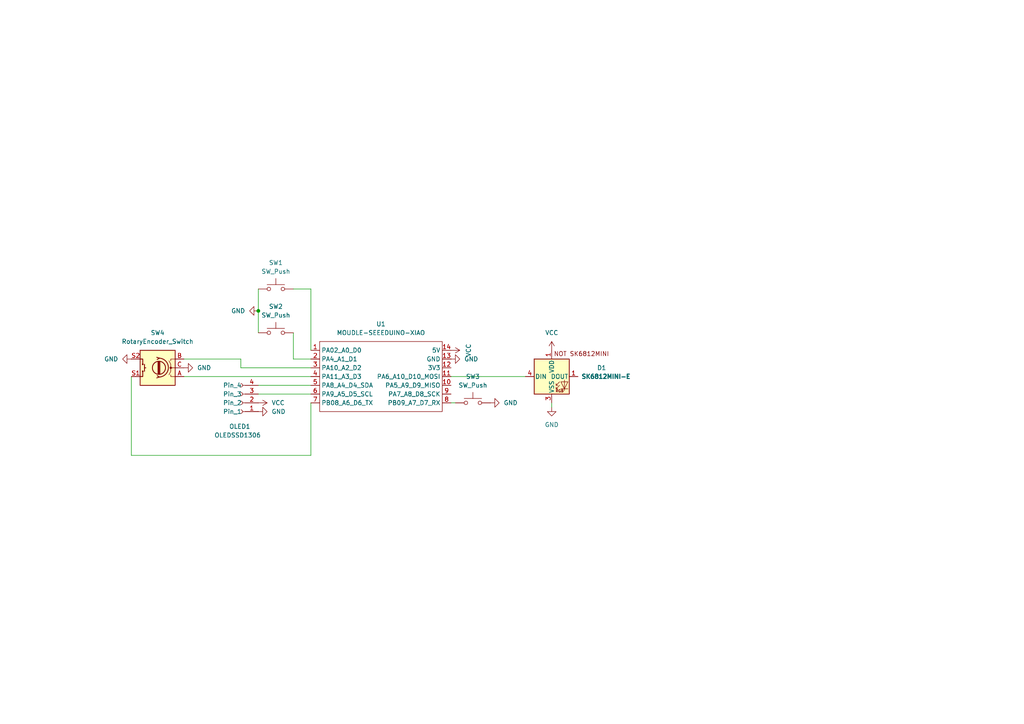
<source format=kicad_sch>
(kicad_sch (version 20250114) (generator "eeschema") (generator_version "9.0")
  (paper "A4")
  (lib_symbols
    (symbol "Connector:Conn_01x04_Socket" (pin_names (offset 1.016))
      (property "Reference" "J" (at 0 5.08 0))
      (property "Value" "Conn_01x04_Socket" (at 0 -7.62 0))
      (symbol "Conn_01x04_Socket_1_1"
        (polyline (pts (xy -1.27 2.54) (xy -0.508 2.54)) (stroke (width 0.1524)))
        (polyline (pts (xy -1.27 0) (xy -0.508 0)) (stroke (width 0.1524)))
        (polyline (pts (xy -1.27 -2.54) (xy -0.508 -2.54)) (stroke (width 0.1524)))
        (polyline (pts (xy -1.27 -5.08) (xy -0.508 -5.08)) (stroke (width 0.1524)))
        (arc (start 0 2.032) (mid -0.5058 2.54) (end 0 3.048) (stroke (width 0.1524)))
        (arc (start 0 -0.508) (mid -0.5058 0) (end 0 0.508) (stroke (width 0.1524)))
        (arc (start 0 -3.048) (mid -0.5058 -2.54) (end 0 -2.032) (stroke (width 0.1524)))
        (arc (start 0 -5.588) (mid -0.5058 -5.08) (end 0 -4.572) (stroke (width 0.1524)))
        (pin passive line (at -5.08 2.54 0) (length 3.81) (name "Pin_1") (number "1"))
        (pin passive line (at -5.08 0 0) (length 3.81) (name "Pin_2") (number "2"))
        (pin passive line (at -5.08 -2.54 0) (length 3.81) (name "Pin_3") (number "3"))
        (pin passive line (at -5.08 -5.08 0) (length 3.81) (name "Pin_4") (number "4"))
      )
    )
    (symbol "Device:RotaryEncoder_Switch" (pin_names (offset 0.254) (hide yes))
      (property "Reference" "SW" (at 0 6.604 0))
      (property "Value" "RotaryEncoder_Switch" (at 0 -6.604 0))
      (symbol "RotaryEncoder_Switch_0_1"
        (rectangle (start -5.08 5.08) (end 5.08 -5.08) (stroke (width 0.254)) (fill (type background)))
        (polyline (pts (xy -5.08 2.54) (xy -3.81 2.54) (xy -3.81 2.032)))
        (polyline (pts (xy -5.08 0) (xy -3.81 0) (xy -3.81 -1.016) (xy -3.302 -2.032)))
        (polyline (pts (xy -5.08 -2.54) (xy -3.81 -2.54) (xy -3.81 -2.032)))
        (polyline (pts (xy -4.318 0) (xy -3.81 0) (xy -3.81 1.016) (xy -3.302 2.032)))
        (circle (center -3.81 0) (radius 0.254) (fill (type outline)))
        (polyline (pts (xy -0.635 -1.778) (xy -0.635 1.778)) (stroke (width 0.254)))
        (circle (center -0.381 0) (radius 1.905) (stroke (width 0.254)))
        (polyline (pts (xy -0.381 -1.778) (xy -0.381 1.778)) (stroke (width 0.254)))
        (arc (start -0.381 -2.794) (mid -3.0988 -0.0635) (end -0.381 2.667) (stroke (width 0.254)))
        (polyline (pts (xy -0.127 1.778) (xy -0.127 -1.778)) (stroke (width 0.254)))
        (polyline (pts (xy 0.254 2.921) (xy -0.508 2.667) (xy 0.127 2.286)) (stroke (width 0.254)))
        (polyline (pts (xy 0.254 -3.048) (xy -0.508 -2.794) (xy 0.127 -2.413)) (stroke (width 0.254)))
        (polyline (pts (xy 3.81 1.016) (xy 3.81 -1.016)) (stroke (width 0.254)))
        (polyline (pts (xy 3.81 0) (xy 3.429 0)) (stroke (width 0.254)))
        (circle (center 4.318 1.016) (radius 0.127) (stroke (width 0.254)))
        (circle (center 4.318 -1.016) (radius 0.127) (stroke (width 0.254)))
        (polyline (pts (xy 5.08 2.54) (xy 4.318 2.54) (xy 4.318 1.016)) (stroke (width 0.254)))
        (polyline (pts (xy 5.08 -2.54) (xy 4.318 -2.54) (xy 4.318 -1.016)) (stroke (width 0.254)))
      )
      (symbol "RotaryEncoder_Switch_1_1"
        (pin passive line (at -7.62 2.54 0) (length 2.54) (name "A") (number "A"))
        (pin passive line (at -7.62 0 0) (length 2.54) (name "C") (number "C"))
        (pin passive line (at -7.62 -2.54 0) (length 2.54) (name "B") (number "B"))
        (pin passive line (at 7.62 2.54 180) (length 2.54) (name "S1") (number "S1"))
        (pin passive line (at 7.62 -2.54 180) (length 2.54) (name "S2") (number "S2"))
      )
    )
    (symbol "SK6812MINI-E:SK6812MINI-E" (pin_names (offset 0.254))
      (property "Reference" "D" (at -3.556 5.842 0))
      (property "Value" "SK6812MINI-E" (at 1.27 -5.715 0))
      (symbol "SK6812MINI-E_0_0"
        (text "RGB" (at 2.286 -4.191 0) (effects (font (size 0.762 0.762))))
      )
      (symbol "SK6812MINI-E_0_1"
        (rectangle (start -5.08 5.08) (end 5.08 -5.08) (stroke (width 0.254)) (fill (type background)))
        (polyline (pts (xy 1.27 -2.54) (xy 1.778 -2.54)))
        (polyline (pts (xy 1.27 -3.556) (xy 1.778 -3.556)))
        (polyline (pts (xy 2.286 -1.524) (xy 1.27 -2.54) (xy 1.27 -2.032)))
        (polyline (pts (xy 2.286 -2.54) (xy 1.27 -3.556) (xy 1.27 -3.048)))
        (polyline (pts (xy 3.683 -1.016) (xy 3.683 -3.556) (xy 3.683 -4.064)))
        (polyline (pts (xy 4.699 -1.524) (xy 2.667 -1.524) (xy 3.683 -3.556) (xy 4.699 -1.524)))
        (polyline (pts (xy 4.699 -3.556) (xy 2.667 -3.556)))
      )
      (symbol "SK6812MINI-E_1_1"
        (text "NOT SK6812MINI" (at 8.636 6.604 0) (effects (font (size 1.27 1.27))))
        (pin input line (at -7.62 0 0) (length 2.54) (name "DIN") (number "4"))
        (pin power_in line (at 0 7.62 270) (length 2.54) (name "VDD") (number "1"))
        (pin power_in line (at 0 -7.62 90) (length 2.54) (name "VSS") (number "3"))
        (pin output line (at 7.62 0 180) (length 2.54) (name "DOUT") (number "1"))
      )
    )
    (symbol "Switch:SW_Push" (pin_numbers (hide yes)) (pin_names (offset 1.016) (hide yes))
      (property "Reference" "SW" (at 1.27 2.54 0))
      (property "Value" "SW_Push" (at 0 -1.524 0))
      (symbol "SW_Push_0_1"
        (circle (center -2.032 0) (radius 0.508))
        (polyline (pts (xy 0 1.27) (xy 0 3.048)))
        (circle (center 2.032 0) (radius 0.508))
        (polyline (pts (xy 2.54 1.27) (xy -2.54 1.27)))
        (pin passive line (at -5.08 0 0) (length 2.54) (name "1") (number "1"))
        (pin passive line (at 5.08 0 180) (length 2.54) (name "2") (number "2"))
      )
    )
    (symbol "XIAO_RP2040:MOUDLE-SEEEDUINO-XIAO"
      (property "Reference" "U" (at -16.51 11.43 0))
      (property "Value" "MOUDLE-SEEEDUINO-XIAO" (at -3.81 -11.43 0))
      (symbol "MOUDLE-SEEEDUINO-XIAO_0_1"
        (rectangle (start -16.51 10.16) (end 19.05 -10.16))
      )
      (symbol "MOUDLE-SEEEDUINO-XIAO_1_1"
        (pin passive line (at -19.05 7.62 0) (length 2.54) (name "PA02_A0_D0") (number "1"))
        (pin passive line (at -19.05 5.08 0) (length 2.54) (name "PA4_A1_D1") (number "2"))
        (pin passive line (at -19.05 2.54 0) (length 2.54) (name "PA10_A2_D2") (number "3"))
        (pin passive line (at -19.05 0 0) (length 2.54) (name "PA11_A3_D3") (number "4"))
        (pin passive line (at -19.05 -2.54 0) (length 2.54) (name "PA8_A4_D4_SDA") (number "5"))
        (pin passive line (at -19.05 -5.08 0) (length 2.54) (name "PA9_A5_D5_SCL") (number "6"))
        (pin passive line (at -19.05 -7.62 0) (length 2.54) (name "PB08_A6_D6_TX") (number "7"))
        (pin passive line (at 21.59 7.62 180) (length 2.54) (name "5V") (number "14"))
        (pin passive line (at 21.59 5.08 180) (length 2.54) (name "GND") (number "13"))
        (pin passive line (at 21.59 2.54 180) (length 2.54) (name "3V3") (number "12"))
        (pin passive line (at 21.59 0 180) (length 2.54) (name "PA6_A10_D10_MOSI") (number "11"))
        (pin passive line (at 21.59 -2.54 180) (length 2.54) (name "PA5_A9_D9_MISO") (number "10"))
        (pin passive line (at 21.59 -5.08 180) (length 2.54) (name "PA7_A8_D8_SCK") (number "9"))
        (pin passive line (at 21.59 -7.62 180) (length 2.54) (name "PB09_A7_D7_RX") (number "8"))
      )
    )
    (symbol "power:GND" (power) (pin_numbers (hide yes)) (pin_names (offset 0) (hide yes))
      (property "Value" "GND" (at 0 -3.81 0))
      (symbol "GND_0_1"
        (polyline (pts (xy 0 0) (xy 0 -1.27) (xy 1.27 -1.27) (xy 0 -2.54) (xy -1.27 -1.27) (xy 0 -1.27)))
      )
      (symbol "GND_1_1"
        (pin power_in line (at 0 0 270) (length 0) (name "~") (number "1"))
      )
    )
    (symbol "power:VCC" (power) (pin_numbers (hide yes)) (pin_names (offset 0) (hide yes))
      (property "Value" "VCC" (at 0 3.556 0))
      (symbol "VCC_0_1"
        (polyline (pts (xy -0.762 1.27) (xy 0 2.54)))
        (polyline (pts (xy 0 2.54) (xy 0.762 1.27)))
        (polyline (pts (xy 0 0) (xy 0 2.54)))
      )
      (symbol "VCC_1_1"
        (pin power_in line (at 0 0 90) (length 0) (name "~") (number "1"))
      )
    )
  )
  (junction (at 74.93 90.17))
  (wire (pts (xy 85.09 104.14) (xy 90.17 104.14)))
  (wire (pts (xy 53.34 104.14) (xy 69.85 104.14)))
  (wire (pts (xy 69.85 106.68) (xy 90.17 106.68)))
  (wire (pts (xy 74.93 111.76) (xy 90.17 111.76)))
  (wire (pts (xy 53.34 109.22) (xy 90.17 109.22)))
  (wire (pts (xy 85.09 83.82) (xy 90.17 83.82)))
  (wire (pts (xy 130.81 109.22) (xy 152.4 109.22)))
  (wire (pts (xy 130.81 116.84) (xy 132.08 116.84)))
  (wire (pts (xy 38.1 132.08) (xy 38.1 109.22)))
  (wire (pts (xy 69.85 104.14) (xy 69.85 106.68)))
  (wire (pts (xy 90.17 116.84) (xy 90.17 132.08)))
  (wire (pts (xy 160.02 116.84) (xy 160.02 118.11)))
  (wire (pts (xy 85.09 96.52) (xy 85.09 104.14)))
  (wire (pts (xy 90.17 83.82) (xy 90.17 101.6)))
  (wire (pts (xy 90.17 132.08) (xy 38.1 132.08)))
  (wire (pts (xy 74.93 114.3) (xy 90.17 114.3)))
  (wire (pts (xy 74.93 90.17) (xy 74.93 96.52)))
  (wire (pts (xy 74.93 83.82) (xy 74.93 90.17)))
  (symbol (lib_id "power:VCC") (at 130.81 101.6 270) (mirror x) (unit 1)
    (property "Reference" "#PWR03" (effects (hide yes)))
    (property "Value" "VCC" (at 135.89 101.6 0))
    (property "Description" "Power symbol creates a global label with name \"VCC\"" (effects (hide yes)))
  )
  (symbol (lib_id "XIAO_RP2040:MOUDLE-SEEEDUINO-XIAO") (at 109.22 109.22 0) (unit 1)
    (property "Reference" "U1" (at 110.49 93.98 0))
    (property "Value" "MOUDLE-SEEEDUINO-XIAO" (at 110.49 96.52 0))
    (property "Footprint" "footprints:XIAO-Generic-Hybrid-14P-2.54-21X17.8MM" (effects (hide yes)))
  )
  (symbol (lib_id "SK6812MINI-E:SK6812MINI-E") (at 160.02 109.22 0) (unit 1)
    (property "Reference" "D1" (at 174.498 106.68 0))
    (property "Value" "SK6812MINI-E" (at 175.768 109.22 0) (effects (font (thickness 0.254) (bold yes))))
    (property "Footprint" "footprints:SK6812MINI-E_fixed" (effects (hide yes)))
    (property "Datasheet" "https://cdn-shop.adafruit.com/product-files/4960/4960_SK6812MINI-E_REV02_EN.pdf" (effects (hide yes)))
    (property "Description" "RGB LED with integrated controller" (effects (hide yes)))
  )
  (symbol (lib_id "Switch:SW_Push") (at 137.16 116.84 0) (unit 1)
    (property "Reference" "SW3" (at 137.16 109.22 0))
    (property "Value" "SW_Push" (at 137.16 111.76 0))
    (property "Footprint" "Button_Switch_Keyboard:SW_Cherry_MX_1.00u_PCB" (effects (hide yes)))
    (property "Description" "Push button switch, generic, two pins" (effects (hide yes)))
  )
  (symbol (lib_id "power:VCC") (at 74.93 116.84 270) (unit 1)
    (property "Reference" "#PWR04" (effects (hide yes)))
    (property "Value" "VCC" (at 78.74 116.8399 90) (effects (justify left)))
    (property "Description" "Power symbol creates a global label with name \"VCC\"" (effects (hide yes)))
  )
  (symbol (lib_id "power:GND") (at 130.81 104.14 90) (unit 1)
    (property "Reference" "#PWR01" (effects (hide yes)))
    (property "Value" "GND" (at 134.62 104.1399 90) (effects (justify right)))
    (property "Description" "Power symbol creates a global label with name \"GND\" , ground" (effects (hide yes)))
  )
  (symbol (lib_id "power:GND") (at 38.1 104.14 270) (unit 1)
    (property "Reference" "#PWR08" (effects (hide yes)))
    (property "Value" "GND" (at 34.29 104.1399 90) (effects (justify right)))
    (property "Description" "Power symbol creates a global label with name \"GND\" , ground" (effects (hide yes)))
  )
  (symbol (lib_id "power:GND") (at 160.02 118.11 0) (unit 1)
    (property "Reference" "#PWR02" (effects (hide yes)))
    (property "Value" "GND" (at 160.02 123.19 0))
    (property "Description" "Power symbol creates a global label with name \"GND\" , ground" (effects (hide yes)))
  )
  (symbol (lib_id "Switch:SW_Push") (at 80.01 83.82 0) (unit 1)
    (property "Reference" "SW1" (at 80.01 76.2 0))
    (property "Value" "SW_Push" (at 80.01 78.74 0))
    (property "Footprint" "Button_Switch_Keyboard:SW_Cherry_MX_1.00u_PCB" (effects (hide yes)))
    (property "Description" "Push button switch, generic, two pins" (effects (hide yes)))
  )
  (symbol (lib_id "power:GND") (at 142.24 116.84 90) (unit 1)
    (property "Reference" "#PWR010" (effects (hide yes)))
    (property "Value" "GND" (at 146.05 116.8399 90) (effects (justify right)))
    (property "Description" "Power symbol creates a global label with name \"GND\" , ground" (effects (hide yes)))
  )
  (symbol (lib_id "Device:RotaryEncoder_Switch") (at 45.72 106.68 180) (unit 1)
    (property "Reference" "SW4" (at 45.72 96.52 0))
    (property "Value" "RotaryEncoder_Switch" (at 45.72 99.06 0))
    (property "Footprint" "footprints:RotaryEncoder_Alps_EC11E-Switch_Vertical_H20mm" (effects (hide yes)))
    (property "Description" "Rotary encoder, dual channel, incremental quadrate outputs, with switch" (effects (hide yes)))
  )
  (symbol (lib_id "power:GND") (at 74.93 119.38 90) (unit 1)
    (property "Reference" "#PWR05" (effects (hide yes)))
    (property "Value" "GND" (at 78.74 119.3799 90) (effects (justify right)))
    (property "Description" "Power symbol creates a global label with name \"GND\" , ground" (effects (hide yes)))
  )
  (symbol (lib_id "power:GND") (at 53.34 106.68 90) (unit 1)
    (property "Reference" "#PWR07" (effects (hide yes)))
    (property "Value" "GND" (at 57.15 106.6799 90) (effects (justify right)))
    (property "Description" "Power symbol creates a global label with name \"GND\" , ground" (effects (hide yes)))
  )
  (symbol (lib_id "power:VCC") (at 160.02 101.6 0) (unit 1)
    (property "Reference" "#PWR06" (effects (hide yes)))
    (property "Value" "VCC" (at 160.02 96.52 0))
    (property "Description" "Power symbol creates a global label with name \"VCC\"" (effects (hide yes)))
  )
  (symbol (lib_id "power:GND") (at 74.93 90.17 270) (unit 1)
    (property "Reference" "#PWR09" (effects (hide yes)))
    (property "Value" "GND" (at 71.12 90.1699 90) (effects (justify right)))
    (property "Description" "Power symbol creates a global label with name \"GND\" , ground" (effects (hide yes)))
  )
  (symbol (lib_id "Switch:SW_Push") (at 80.01 96.52 0) (unit 1)
    (property "Reference" "SW2" (at 80.01 88.9 0))
    (property "Value" "SW_Push" (at 80.01 91.44 0))
    (property "Footprint" "Button_Switch_Keyboard:SW_Cherry_MX_1.00u_PCB" (effects (hide yes)))
    (property "Description" "Push button switch, generic, two pins" (effects (hide yes)))
  )
  (symbol (lib_id "Connector:Conn_01x04_Socket") (at 69.85 116.84 180) (unit 1)
    (property "Reference" "OLED1" (at 72.644 123.698 0) (effects (justify left)))
    (property "Value" "OLEDSSD1306" (at 75.692 126.238 0) (effects (justify left)))
    (property "Footprint" "footprints:SSD1306-0.91-OLED-4pin-128x32" (effects (hide yes)))
    (property "Description" "Generic connector, single row, 01x04, script generated" (effects (hide yes)))
  )
)
</source>
